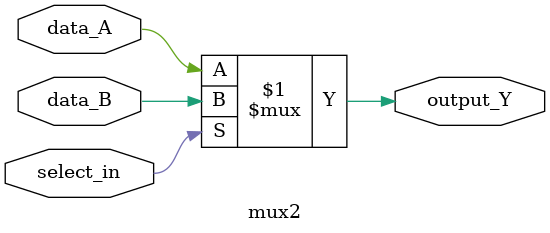
<source format=v>
module mux2 (
    input  wire data_A,
    input  wire data_B,
    input  wire select_in,
    output wire output_Y
);
    
    assign output_Y = select_in ? data_B : data_A;
endmodule
</source>
